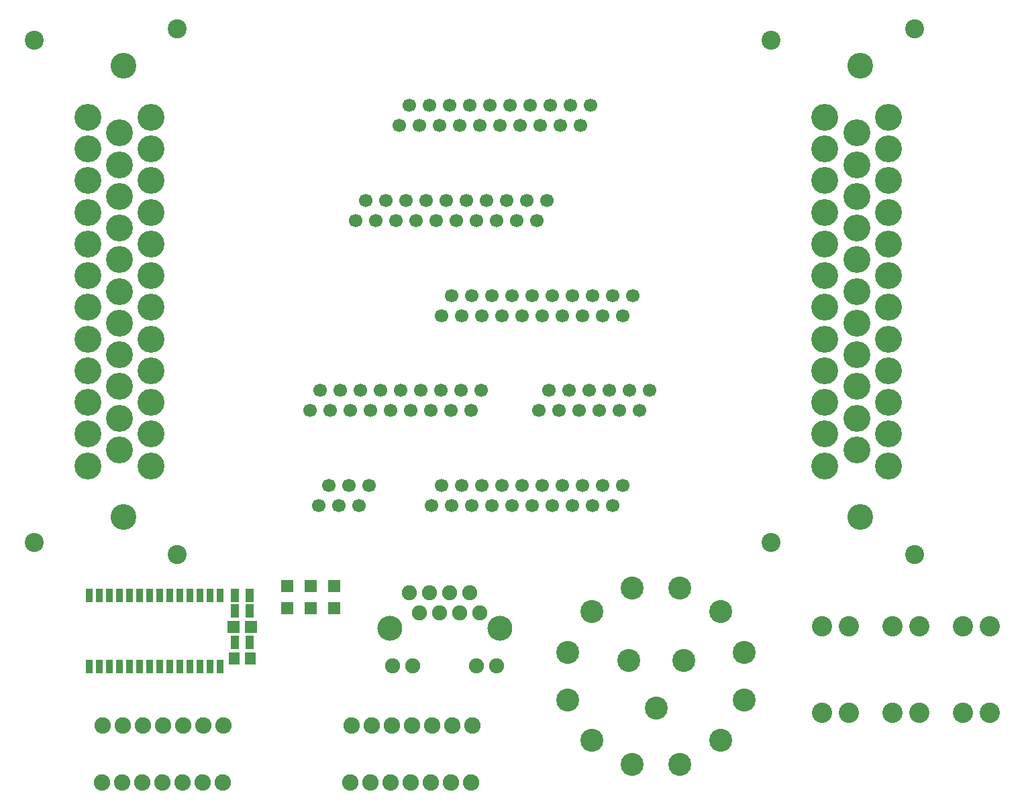
<source format=gbr>
G04 #@! TF.FileFunction,Soldermask,Top*
%FSLAX46Y46*%
G04 Gerber Fmt 4.6, Leading zero omitted, Abs format (unit mm)*
G04 Created by KiCad (PCBNEW 4.0.7) date 05/11/18 03:08:00*
%MOMM*%
%LPD*%
G01*
G04 APERTURE LIST*
%ADD10C,0.100000*%
%ADD11C,2.900000*%
%ADD12C,2.559000*%
%ADD13C,2.076400*%
%ADD14C,3.250000*%
%ADD15C,2.400000*%
%ADD16C,3.400000*%
%ADD17C,1.900000*%
%ADD18C,3.150000*%
%ADD19C,1.700000*%
%ADD20R,1.400000X1.650000*%
%ADD21R,1.600000X1.600000*%
%ADD22R,1.100000X1.700000*%
%ADD23R,0.908000X1.670000*%
G04 APERTURE END LIST*
D10*
D11*
X117694000Y-137572000D03*
X121158000Y-131572000D03*
X114230000Y-131572000D03*
X120670000Y-122464000D03*
X114718000Y-122464000D03*
X114718000Y-144680000D03*
X120670000Y-144680000D03*
X106586000Y-136548000D03*
X106586000Y-130596000D03*
X128802000Y-136548000D03*
X128802000Y-130596000D03*
X125826000Y-125440000D03*
X109562000Y-141704000D03*
X109562000Y-125440000D03*
X125826000Y-141704000D03*
D12*
X147523200Y-127254000D03*
X147523200Y-138176000D03*
X150926800Y-138176000D03*
X150926800Y-127254000D03*
D13*
X79250540Y-139801640D03*
X81790540Y-139801640D03*
X84330540Y-139801640D03*
X86868000Y-139801640D03*
X89408000Y-139801640D03*
X91948000Y-139801640D03*
X94488000Y-139801640D03*
X94388940Y-147000000D03*
X91848940Y-147000000D03*
X89308940Y-147000000D03*
X86771480Y-147000000D03*
X84231480Y-147000000D03*
X81691480Y-147000000D03*
X79151480Y-147000000D03*
X47861600Y-139801640D03*
X50401600Y-139801640D03*
X52941600Y-139801640D03*
X55479060Y-139801640D03*
X58019060Y-139801640D03*
X60559060Y-139801640D03*
X63099060Y-139801640D03*
X63000000Y-147000000D03*
X60460000Y-147000000D03*
X57920000Y-147000000D03*
X55382540Y-147000000D03*
X52842540Y-147000000D03*
X50302540Y-147000000D03*
X47762540Y-147000000D03*
D14*
X50500000Y-113500000D03*
D15*
X57300000Y-118200000D03*
X57300000Y-51800000D03*
X39200000Y-116700000D03*
X39200000Y-53300000D03*
D16*
X54000000Y-91000000D03*
X54000000Y-67000000D03*
X54000000Y-71000000D03*
X54000000Y-75000000D03*
X54000000Y-79000000D03*
X54000000Y-83000000D03*
X54000000Y-87000000D03*
X50000000Y-69000000D03*
X50000000Y-73000000D03*
X50000000Y-81000000D03*
X50000000Y-77000000D03*
X50000000Y-85000000D03*
X50000000Y-89000000D03*
X46000000Y-87000000D03*
X46000000Y-83000000D03*
X46000000Y-75000000D03*
X46000000Y-79000000D03*
X46000000Y-71000000D03*
X46000000Y-67000000D03*
X54000000Y-63000000D03*
X50000000Y-65000000D03*
X46000000Y-63000000D03*
D14*
X50500000Y-56500000D03*
D16*
X46000000Y-91000000D03*
X50000000Y-93000000D03*
X54000000Y-95000000D03*
X46000000Y-95000000D03*
X54000000Y-99000000D03*
X50000000Y-97000000D03*
X46000000Y-99000000D03*
X54000000Y-103000000D03*
X50000000Y-101000000D03*
X46000000Y-103000000D03*
X54000000Y-107000000D03*
X50000000Y-105000000D03*
X46000000Y-107000000D03*
D17*
X97580000Y-132252000D03*
X95040000Y-132252000D03*
X84480000Y-132252000D03*
X87020000Y-132252000D03*
X95480000Y-125622000D03*
X92940000Y-125622000D03*
X90400000Y-125622000D03*
X87860000Y-125622000D03*
X94210000Y-123082000D03*
X91670000Y-123082000D03*
X89130000Y-123082000D03*
X86590000Y-123082000D03*
D18*
X97980000Y-127502000D03*
X84080000Y-127502000D03*
D19*
X109720000Y-85500000D03*
X112260000Y-85500000D03*
X114800000Y-85500000D03*
X107180000Y-85500000D03*
X113530000Y-88040000D03*
X110990000Y-88040000D03*
X108450000Y-88040000D03*
X105910000Y-88040000D03*
X104640000Y-85500000D03*
X103370000Y-88040000D03*
X102100000Y-85500000D03*
X100830000Y-88040000D03*
X99560000Y-85500000D03*
X98290000Y-88040000D03*
X97020000Y-85500000D03*
X95750000Y-88040000D03*
X94480000Y-85500000D03*
X93210000Y-88040000D03*
X91940000Y-85500000D03*
X90670000Y-88040000D03*
D20*
X66488000Y-131342000D03*
X64488000Y-131342000D03*
D21*
X74117200Y-125018800D03*
X74117200Y-122218800D03*
X71120000Y-125022000D03*
X71120000Y-122222000D03*
X77114400Y-125018800D03*
X77114400Y-122218800D03*
X66588000Y-127342000D03*
X64388000Y-127342000D03*
D14*
X143500000Y-113500000D03*
D15*
X150300000Y-118200000D03*
X150300000Y-51800000D03*
X132200000Y-116700000D03*
X132200000Y-53300000D03*
D16*
X147000000Y-91000000D03*
X147000000Y-67000000D03*
X147000000Y-71000000D03*
X147000000Y-75000000D03*
X147000000Y-79000000D03*
X147000000Y-83000000D03*
X147000000Y-87000000D03*
X143000000Y-69000000D03*
X143000000Y-73000000D03*
X143000000Y-81000000D03*
X143000000Y-77000000D03*
X143000000Y-85000000D03*
X143000000Y-89000000D03*
X139000000Y-87000000D03*
X139000000Y-83000000D03*
X139000000Y-75000000D03*
X139000000Y-79000000D03*
X139000000Y-71000000D03*
X139000000Y-67000000D03*
X147000000Y-63000000D03*
X143000000Y-65000000D03*
X139000000Y-63000000D03*
D14*
X143500000Y-56500000D03*
D16*
X139000000Y-91000000D03*
X143000000Y-93000000D03*
X147000000Y-95000000D03*
X139000000Y-95000000D03*
X147000000Y-99000000D03*
X143000000Y-97000000D03*
X139000000Y-99000000D03*
X147000000Y-103000000D03*
X143000000Y-101000000D03*
X139000000Y-103000000D03*
X147000000Y-107000000D03*
X143000000Y-105000000D03*
X139000000Y-107000000D03*
D19*
X76420000Y-109500000D03*
X78960000Y-109500000D03*
X81500000Y-109500000D03*
X80230000Y-112040000D03*
X77690000Y-112040000D03*
X75150000Y-112040000D03*
X108420000Y-109500000D03*
X110960000Y-109500000D03*
X113500000Y-109500000D03*
X105880000Y-109500000D03*
X112230000Y-112040000D03*
X109690000Y-112040000D03*
X107150000Y-112040000D03*
X104610000Y-112040000D03*
X103340000Y-109500000D03*
X102070000Y-112040000D03*
X100800000Y-109500000D03*
X99530000Y-112040000D03*
X98260000Y-109500000D03*
X96990000Y-112040000D03*
X95720000Y-109500000D03*
X94450000Y-112040000D03*
X93180000Y-109500000D03*
X91910000Y-112040000D03*
X90640000Y-109500000D03*
X89370000Y-112040000D03*
X111820000Y-97500000D03*
X114360000Y-97500000D03*
X116900000Y-97500000D03*
X109280000Y-97500000D03*
X115630000Y-100040000D03*
X113090000Y-100040000D03*
X110550000Y-100040000D03*
X108010000Y-100040000D03*
X106740000Y-97500000D03*
X105470000Y-100040000D03*
X104200000Y-97500000D03*
X102930000Y-100040000D03*
X90520000Y-97500000D03*
X93060000Y-97500000D03*
X95600000Y-97500000D03*
X87980000Y-97500000D03*
X94330000Y-100040000D03*
X91790000Y-100040000D03*
X89250000Y-100040000D03*
X86710000Y-100040000D03*
X85440000Y-97500000D03*
X84170000Y-100040000D03*
X82900000Y-97500000D03*
X81630000Y-100040000D03*
X80360000Y-97500000D03*
X79090000Y-100040000D03*
X77820000Y-97500000D03*
X76550000Y-100040000D03*
X75280000Y-97500000D03*
X74010000Y-100040000D03*
X104320000Y-61500000D03*
X106860000Y-61500000D03*
X109400000Y-61500000D03*
X101780000Y-61500000D03*
X108130000Y-64040000D03*
X105590000Y-64040000D03*
X103050000Y-64040000D03*
X100510000Y-64040000D03*
X99240000Y-61500000D03*
X97970000Y-64040000D03*
X96700000Y-61500000D03*
X95430000Y-64040000D03*
X94160000Y-61500000D03*
X92890000Y-64040000D03*
X91620000Y-61500000D03*
X90350000Y-64040000D03*
X89080000Y-61500000D03*
X87810000Y-64040000D03*
X86540000Y-61500000D03*
X85270000Y-64040000D03*
X98820000Y-73500000D03*
X101360000Y-73500000D03*
X103900000Y-73500000D03*
X96280000Y-73500000D03*
X102630000Y-76040000D03*
X100090000Y-76040000D03*
X97550000Y-76040000D03*
X95010000Y-76040000D03*
X93740000Y-73500000D03*
X92470000Y-76040000D03*
X91200000Y-73500000D03*
X89930000Y-76040000D03*
X88660000Y-73500000D03*
X87390000Y-76040000D03*
X86120000Y-73500000D03*
X84850000Y-76040000D03*
X83580000Y-73500000D03*
X82310000Y-76040000D03*
X81040000Y-73500000D03*
X79770000Y-76040000D03*
D22*
X64538000Y-129342000D03*
X66438000Y-129342000D03*
X64538000Y-125342000D03*
X66438000Y-125342000D03*
X64538000Y-123342000D03*
X66438000Y-123342000D03*
D23*
X62688000Y-123342000D03*
X61418000Y-123342000D03*
X60148000Y-123342000D03*
X58878000Y-123342000D03*
X57608000Y-123342000D03*
X56338000Y-123342000D03*
X55068000Y-123342000D03*
X53798000Y-123342000D03*
X52528000Y-123342000D03*
X51258000Y-123342000D03*
X49988000Y-123342000D03*
X48718000Y-123342000D03*
X47448000Y-123342000D03*
X46178000Y-123342000D03*
X46178000Y-132384400D03*
X47448000Y-132384400D03*
X48718000Y-132384400D03*
X49988000Y-132384400D03*
X51258000Y-132384400D03*
X52528000Y-132384400D03*
X53798000Y-132384400D03*
X55068000Y-132384400D03*
X56338000Y-132384400D03*
X57608000Y-132384400D03*
X58878000Y-132384400D03*
X60148000Y-132384400D03*
X61418000Y-132384400D03*
X62688000Y-132384400D03*
D12*
X138633200Y-127254000D03*
X138633200Y-138176000D03*
X142036800Y-138176000D03*
X142036800Y-127254000D03*
X156413200Y-127254000D03*
X156413200Y-138176000D03*
X159816800Y-138176000D03*
X159816800Y-127254000D03*
M02*

</source>
